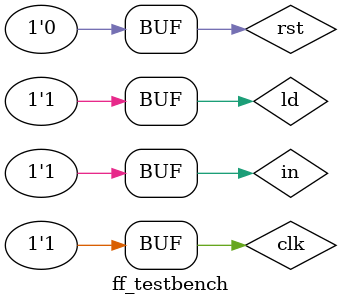
<source format=sv>
module ff(input in,ld,clk,rst,output logic out);
  always@(posedge clk,posedge rst) begin
    if(rst)
      out <= 1'b0;
    else if(ld)
      out <= in;
  end
endmodule

module ff_testbench();
  logic clk=1;
  logic rst;
  logic ld=0,in=1;
  wire out;
  ff element(in,ld,clk,rst,out);
  initial repeat(50)begin #5 clk=~clk; end
  initial repeat(12)begin #20 in=~in; end
  initial begin
    rst <= 1'b1;
    #5
    rst <=0;
    ld <=1;
  end
endmodule
    

</source>
